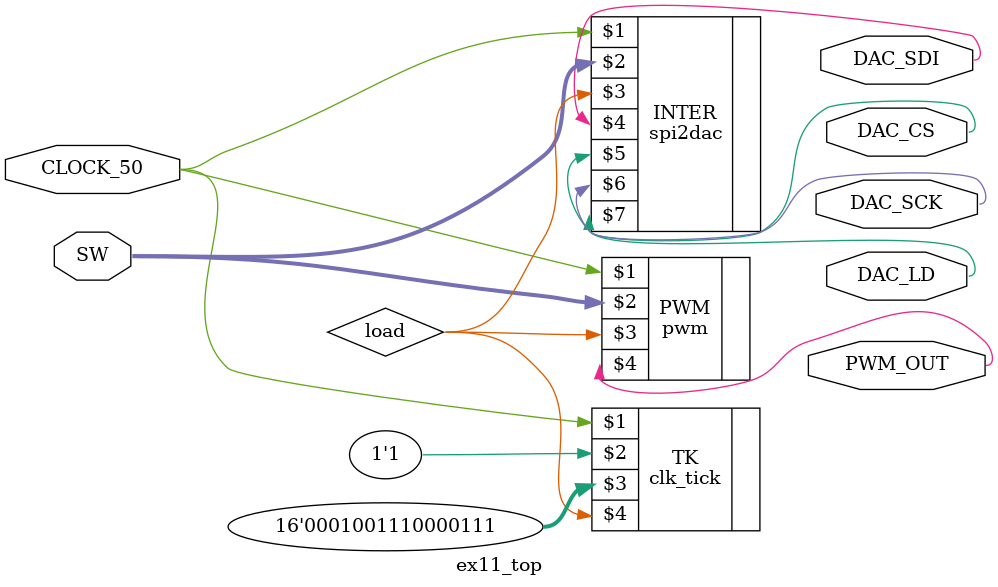
<source format=v>
module ex11_top (
	SW,
	CLOCK_50,
	DAC_CS,
	DAC_SDI,
	DAC_LD,
	DAC_SCK,
	PWM_OUT
);

	input [9:0] SW;
	input CLOCK_50;
	
	wire load;
	
	output DAC_CS;
	output DAC_SDI;
	output DAC_LD;
	output DAC_SCK;
	output PWM_OUT;
	
	parameter max = 16'd4999;
	
	
	clk_tick   TK(CLOCK_50, 1'b1, max, load);
	spi2dac 	  INTER(CLOCK_50, SW[9:0], load, DAC_SDI, DAC_CS, DAC_SCK, DAC_LD);
	
	pwm 		  PWM(CLOCK_50, SW[9:0], load, PWM_OUT);
	
endmodule 
</source>
